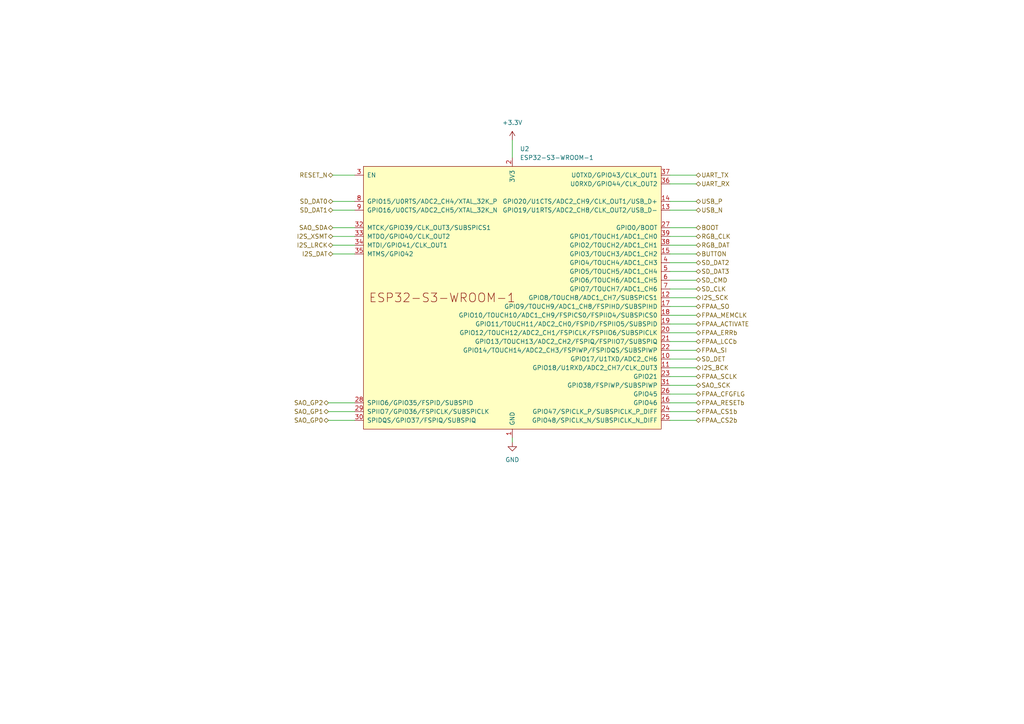
<source format=kicad_sch>
(kicad_sch (version 20230121) (generator eeschema)
  (paper "A4")
  (lib_symbols
    (symbol "PCM_Espressif:ESP32-S3-WROOM-1" (pin_names (offset 1.016))
      (property "Reference" "U" (at -43.18 43.18 0))
      (property "Value" "ESP32-S3-WROOM-1" (at -43.18 40.64 0))
      (symbol "ESP32-S3-WROOM-1_0_0"
        (text "ESP32-S3-WROOM-1" (at -20.32 0 0) (effects (font (size 2.54 2.54))))
        (pin power_in line (at 0 -40.64 90) (length 2.54) (name "GND") (number "1"))
        (pin bidirectional line (at 45.72 -17.78 180) (length 2.54) (name "GPIO17/U1TXD/ADC2_CH6") (number "10"))
        (pin bidirectional line (at 45.72 -20.32 180) (length 2.54) (name "GPIO18/U1RXD/ADC2_CH7/CLK_OUT3") (number "11"))
        (pin bidirectional line (at 45.72 0 180) (length 2.54) (name "GPIO8/TOUCH8/ADC1_CH7/SUBSPICS1") (number "12"))
        (pin bidirectional line (at 45.72 25.4 180) (length 2.54) (name "GPIO19/U1RTS/ADC2_CH8/CLK_OUT2/USB_D-") (number "13"))
        (pin bidirectional line (at 45.72 27.94 180) (length 2.54) (name "GPIO20/U1CTS/ADC2_CH9/CLK_OUT1/USB_D+") (number "14"))
        (pin bidirectional line (at 45.72 12.7 180) (length 2.54) (name "GPIO3/TOUCH3/ADC1_CH2") (number "15"))
        (pin bidirectional line (at 45.72 -30.48 180) (length 2.54) (name "GPIO46") (number "16"))
        (pin bidirectional line (at 45.72 -2.54 180) (length 2.54) (name "GPIO9/TOUCH9/ADC1_CH8/FSPIHD/SUBSPIHD") (number "17"))
        (pin bidirectional line (at 45.72 -5.08 180) (length 2.54) (name "GPIO10/TOUCH10/ADC1_CH9/FSPICS0/FSPIIO4/SUBSPICS0") (number "18"))
        (pin bidirectional line (at 45.72 -7.62 180) (length 2.54) (name "GPIO11/TOUCH11/ADC2_CH0/FSPID/FSPIIO5/SUBSPID") (number "19"))
        (pin power_in line (at 0 40.64 270) (length 2.54) (name "3V3") (number "2"))
        (pin bidirectional line (at 45.72 -10.16 180) (length 2.54) (name "GPIO12/TOUCH12/ADC2_CH1/FSPICLK/FSPIIO6/SUBSPICLK") (number "20"))
        (pin bidirectional line (at 45.72 -12.7 180) (length 2.54) (name "GPIO13/TOUCH13/ADC2_CH2/FSPIQ/FSPIIO7/SUBSPIQ") (number "21"))
        (pin bidirectional line (at 45.72 -15.24 180) (length 2.54) (name "GPIO14/TOUCH14/ADC2_CH3/FSPIWP/FSPIDQS/SUBSPIWP") (number "22"))
        (pin bidirectional line (at 45.72 -22.86 180) (length 2.54) (name "GPIO21") (number "23"))
        (pin bidirectional line (at 45.72 -33.02 180) (length 2.54) (name "GPIO47/SPICLK_P/SUBSPICLK_P_DIFF") (number "24"))
        (pin bidirectional line (at 45.72 -35.56 180) (length 2.54) (name "GPIO48/SPICLK_N/SUBSPICLK_N_DIFF") (number "25"))
        (pin bidirectional line (at 45.72 -27.94 180) (length 2.54) (name "GPIO45") (number "26"))
        (pin bidirectional line (at 45.72 20.32 180) (length 2.54) (name "GPIO0/BOOT") (number "27"))
        (pin bidirectional line (at -45.72 -30.48 0) (length 2.54) (name "SPIIO6/GPIO35/FSPID/SUBSPID") (number "28"))
        (pin bidirectional line (at -45.72 -33.02 0) (length 2.54) (name "SPIIO7/GPIO36/FSPICLK/SUBSPICLK") (number "29"))
        (pin input line (at -45.72 35.56 0) (length 2.54) (name "EN") (number "3"))
        (pin bidirectional line (at -45.72 -35.56 0) (length 2.54) (name "SPIDQS/GPIO37/FSPIQ/SUBSPIQ") (number "30"))
        (pin bidirectional line (at 45.72 -25.4 180) (length 2.54) (name "GPIO38/FSPIWP/SUBSPIWP") (number "31"))
        (pin bidirectional line (at -45.72 20.32 0) (length 2.54) (name "MTCK/GPIO39/CLK_OUT3/SUBSPICS1") (number "32"))
        (pin bidirectional line (at -45.72 17.78 0) (length 2.54) (name "MTDO/GPIO40/CLK_OUT2") (number "33"))
        (pin bidirectional line (at -45.72 15.24 0) (length 2.54) (name "MTDI/GPIO41/CLK_OUT1") (number "34"))
        (pin bidirectional line (at -45.72 12.7 0) (length 2.54) (name "MTMS/GPIO42") (number "35"))
        (pin bidirectional line (at 45.72 33.02 180) (length 2.54) (name "U0RXD/GPIO44/CLK_OUT2") (number "36"))
        (pin bidirectional line (at 45.72 35.56 180) (length 2.54) (name "U0TXD/GPIO43/CLK_OUT1") (number "37"))
        (pin bidirectional line (at 45.72 15.24 180) (length 2.54) (name "GPIO2/TOUCH2/ADC1_CH1") (number "38"))
        (pin bidirectional line (at 45.72 17.78 180) (length 2.54) (name "GPIO1/TOUCH1/ADC1_CH0") (number "39"))
        (pin bidirectional line (at 45.72 10.16 180) (length 2.54) (name "GPIO4/TOUCH4/ADC1_CH3") (number "4"))
        (pin passive line (at 0 -40.64 90) (length 2.54) hide (name "GND") (number "40"))
        (pin passive line (at 0 -40.64 90) (length 2.54) hide (name "GND") (number "41"))
        (pin bidirectional line (at 45.72 7.62 180) (length 2.54) (name "GPIO5/TOUCH5/ADC1_CH4") (number "5"))
        (pin bidirectional line (at 45.72 5.08 180) (length 2.54) (name "GPIO6/TOUCH6/ADC1_CH5") (number "6"))
        (pin bidirectional line (at 45.72 2.54 180) (length 2.54) (name "GPIO7/TOUCH7/ADC1_CH6") (number "7"))
        (pin bidirectional line (at -45.72 27.94 0) (length 2.54) (name "GPIO15/U0RTS/ADC2_CH4/XTAL_32K_P") (number "8"))
        (pin bidirectional line (at -45.72 25.4 0) (length 2.54) (name "GPIO16/U0CTS/ADC2_CH5/XTAL_32K_N") (number "9"))
      )
      (symbol "ESP32-S3-WROOM-1_0_1"
        (rectangle (start -43.18 38.1) (end 43.18 -38.1) (fill (type background)))
      )
    )
    (symbol "power:+3.3V" (power) (pin_names (offset 0))
      (property "Value" "+3.3V" (at 0 3.556 0))
      (symbol "+3.3V_0_1"
        (polyline (pts (xy -0.762 1.27) (xy 0 2.54)))
        (polyline (pts (xy 0 0) (xy 0 2.54)))
        (polyline (pts (xy 0 2.54) (xy 0.762 1.27)))
      )
      (symbol "+3.3V_1_1"
        (pin power_in line (at 0 0 90) (length 0) hide (name "+3.3V") (number "1"))
      )
    )
    (symbol "power:GND" (power) (pin_names (offset 0))
      (property "Value" "GND" (at 0 -3.81 0))
      (symbol "GND_0_1"
        (polyline (pts (xy 0 0) (xy 0 -1.27) (xy 1.27 -1.27) (xy 0 -2.54) (xy -1.27 -1.27) (xy 0 -1.27)))
      )
      (symbol "GND_1_1"
        (pin power_in line (at 0 0 270) (length 0) hide (name "GND") (number "1"))
      )
    )
  )
  (wire (pts (xy 194.31 109.22) (xy 201.93 109.22)))
  (wire (pts (xy 194.31 68.58) (xy 201.93 68.58)))
  (wire (pts (xy 194.31 93.98) (xy 201.93 93.98)))
  (wire (pts (xy 194.31 116.84) (xy 201.93 116.84)))
  (wire (pts (xy 194.31 60.96) (xy 201.93 60.96)))
  (wire (pts (xy 194.31 111.76) (xy 201.93 111.76)))
  (wire (pts (xy 194.31 106.68) (xy 201.93 106.68)))
  (wire (pts (xy 194.31 78.74) (xy 201.93 78.74)))
  (wire (pts (xy 194.31 66.04) (xy 201.93 66.04)))
  (wire (pts (xy 194.31 114.3) (xy 201.93 114.3)))
  (wire (pts (xy 95.25 119.38) (xy 102.87 119.38)))
  (wire (pts (xy 96.52 60.96) (xy 102.87 60.96)))
  (wire (pts (xy 194.31 58.42) (xy 201.93 58.42)))
  (wire (pts (xy 95.25 116.84) (xy 102.87 116.84)))
  (wire (pts (xy 194.31 91.44) (xy 201.93 91.44)))
  (wire (pts (xy 95.25 121.92) (xy 102.87 121.92)))
  (wire (pts (xy 194.31 53.34) (xy 201.93 53.34)))
  (wire (pts (xy 96.52 66.04) (xy 102.87 66.04)))
  (wire (pts (xy 96.52 50.8) (xy 102.87 50.8)))
  (wire (pts (xy 194.31 88.9) (xy 201.93 88.9)))
  (wire (pts (xy 194.31 50.8) (xy 201.93 50.8)))
  (wire (pts (xy 96.52 73.66) (xy 102.87 73.66)))
  (wire (pts (xy 96.52 58.42) (xy 102.87 58.42)))
  (wire (pts (xy 194.31 81.28) (xy 201.93 81.28)))
  (wire (pts (xy 194.31 119.38) (xy 201.93 119.38)))
  (wire (pts (xy 194.31 73.66) (xy 201.93 73.66)))
  (wire (pts (xy 194.31 83.82) (xy 201.93 83.82)))
  (wire (pts (xy 148.59 40.64) (xy 148.59 45.72)))
  (wire (pts (xy 194.31 71.12) (xy 201.93 71.12)))
  (wire (pts (xy 194.31 104.14) (xy 201.93 104.14)))
  (wire (pts (xy 194.31 76.2) (xy 201.93 76.2)))
  (wire (pts (xy 194.31 96.52) (xy 201.93 96.52)))
  (wire (pts (xy 96.52 71.12) (xy 102.87 71.12)))
  (wire (pts (xy 194.31 121.92) (xy 201.93 121.92)))
  (wire (pts (xy 148.59 127) (xy 148.59 128.27)))
  (wire (pts (xy 194.31 86.36) (xy 201.93 86.36)))
  (wire (pts (xy 194.31 99.06) (xy 201.93 99.06)))
  (wire (pts (xy 96.52 68.58) (xy 102.87 68.58)))
  (wire (pts (xy 194.31 101.6) (xy 201.93 101.6)))
  (hierarchical_label "FPAA_ACTIVATE" (shape bidirectional) (at 201.93 93.98 0))
  (hierarchical_label "I2S_SCK" (shape bidirectional) (at 201.93 86.36 0))
  (hierarchical_label "FPAA_LCCb" (shape bidirectional) (at 201.93 99.06 0))
  (hierarchical_label "RESET_N" (shape bidirectional) (at 96.52 50.8 180))
  (hierarchical_label "I2S_LRCK" (shape bidirectional) (at 96.52 71.12 180))
  (hierarchical_label "FPAA_CFGFLG" (shape bidirectional) (at 201.93 114.3 0))
  (hierarchical_label "SAO_SDA" (shape bidirectional) (at 96.52 66.04 180))
  (hierarchical_label "BUTTON" (shape bidirectional) (at 201.93 73.66 0))
  (hierarchical_label "BOOT" (shape bidirectional) (at 201.93 66.04 0))
  (hierarchical_label "FPAA_RESETb" (shape bidirectional) (at 201.93 116.84 0))
  (hierarchical_label "UART_TX" (shape bidirectional) (at 201.93 50.8 0))
  (hierarchical_label "FPAA_SO" (shape bidirectional) (at 201.93 88.9 0))
  (hierarchical_label "I2S_BCK" (shape bidirectional) (at 201.93 106.68 0))
  (hierarchical_label "SD_DAT0" (shape bidirectional) (at 96.52 58.42 180))
  (hierarchical_label "SD_CLK" (shape bidirectional) (at 201.93 83.82 0))
  (hierarchical_label "SAO_GP1" (shape bidirectional) (at 95.25 119.38 180))
  (hierarchical_label "SD_DAT3" (shape bidirectional) (at 201.93 78.74 0))
  (hierarchical_label "SD_DAT2" (shape bidirectional) (at 201.93 76.2 0))
  (hierarchical_label "FPAA_ERRb" (shape bidirectional) (at 201.93 96.52 0))
  (hierarchical_label "USB_N" (shape bidirectional) (at 201.93 60.96 0))
  (hierarchical_label "FPAA_SCLK" (shape bidirectional) (at 201.93 109.22 0))
  (hierarchical_label "SD_DET" (shape bidirectional) (at 201.93 104.14 0))
  (hierarchical_label "FPAA_SI" (shape bidirectional) (at 201.93 101.6 0))
  (hierarchical_label "UART_RX" (shape bidirectional) (at 201.93 53.34 0))
  (hierarchical_label "RGB_DAT" (shape bidirectional) (at 201.93 71.12 0))
  (hierarchical_label "USB_P" (shape bidirectional) (at 201.93 58.42 0))
  (hierarchical_label "SAO_SCK" (shape bidirectional) (at 201.93 111.76 0))
  (hierarchical_label "FPAA_CS1b" (shape bidirectional) (at 201.93 119.38 0))
  (hierarchical_label "I2S_XSMT" (shape bidirectional) (at 96.52 68.58 180))
  (hierarchical_label "SD_DAT1" (shape bidirectional) (at 96.52 60.96 180))
  (hierarchical_label "I2S_DAT" (shape bidirectional) (at 96.52 73.66 180))
  (hierarchical_label "SAO_GP2" (shape bidirectional) (at 95.25 116.84 180))
  (hierarchical_label "FPAA_MEMCLK" (shape bidirectional) (at 201.93 91.44 0))
  (hierarchical_label "FPAA_CS2b" (shape bidirectional) (at 201.93 121.92 0))
  (hierarchical_label "SAO_GP0" (shape bidirectional) (at 95.25 121.92 180))
  (hierarchical_label "RGB_CLK" (shape bidirectional) (at 201.93 68.58 0))
  (hierarchical_label "SD_CMD" (shape bidirectional) (at 201.93 81.28 0))
  (symbol (lib_id "PCM_Espressif:ESP32-S3-WROOM-1") (at 148.59 86.36 0) (unit 1)
    (property "Reference" "U2" (at 150.7841 43.18 0) (effects (justify left)))
    (property "Value" "ESP32-S3-WROOM-1" (at 150.7841 45.72 0) (effects (justify left)))
    (property "Footprint" "PCM_Espressif:ESP32-S3-WROOM-1" (effects hide))
    (property "Datasheet" "https://www.espressif.com/sites/default/files/documentation/esp32-s3-wroom-1_wroom-1u_datasheet_en.pdf" (effects hide))
  )
  (symbol (lib_id "power:+3.3V") (at 148.59 40.64 0) (unit 1)
    (property "Reference" "#PWR02" (effects hide))
    (property "Value" "+3.3V" (at 148.59 35.56 0))
    (instances (project "fpaa_esp32_badge" (path "" (reference "#PWR02") (unit 1)) (path "" (reference "#PWR028") (unit 1)) (path "" (reference "#PWR05") (unit 1))))
  )
  (symbol (lib_id "power:GND") (at 148.59 128.27 0) (unit 1)
    (property "Reference" "#PWR083" (effects hide))
    (property "Value" "GND" (at 148.59 133.35 0))
    (instances (project "fpaa_esp32_badge" (path "" (reference "#PWR083") (unit 1)) (path "" (reference "#PWR08") (unit 1))))
  )
)
</source>
